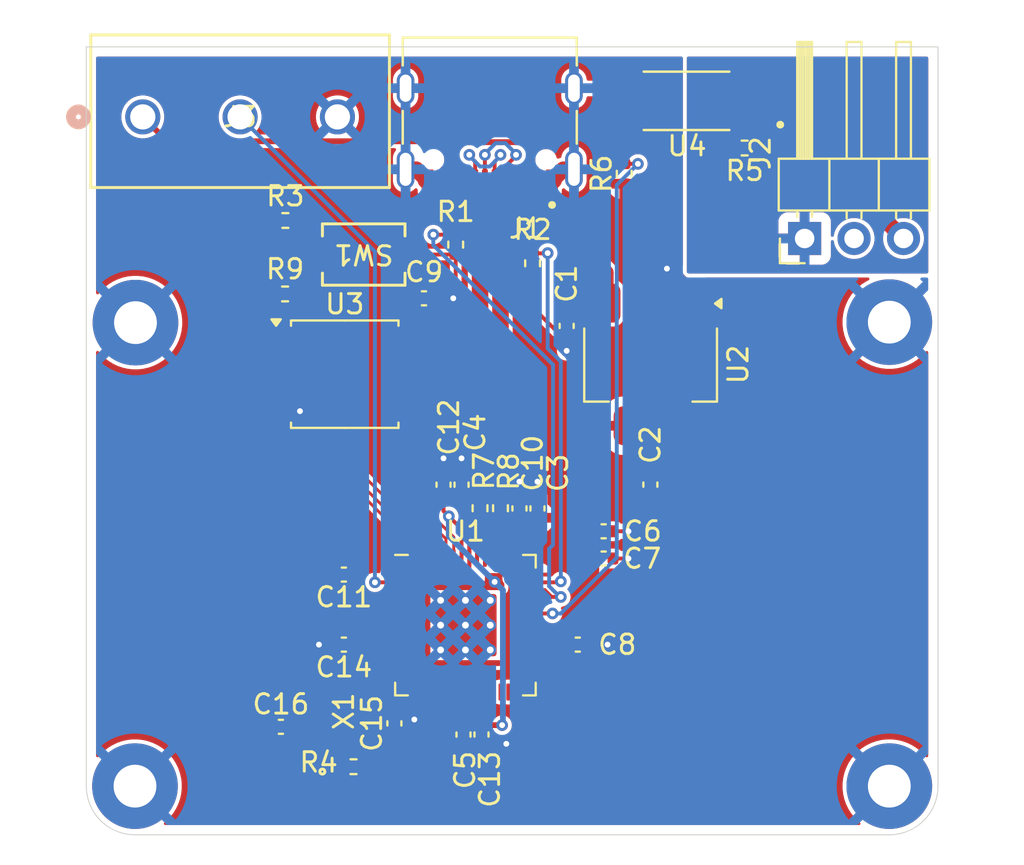
<source format=kicad_pcb>
(kicad_pcb (version 20241229) (generator "pcbnew") (generator_version "9.0")
  (layers (0 "F.Cu" signal) (2 "B.Cu" signal) (13 "F.Paste" user) (15 "B.Paste" user) (5 "F.SilkS" user "F.Silkscreen") (7 "B.SilkS" user "B.Silkscreen") (1 "F.Mask" user) (3 "B.Mask" user) (25 "Edge.Cuts" user))
  (net 0 "")
  (net 2 "+3V3")
  (net 3 "+1V1")
  (net 4 "Net-(C15-Pad2)")
  (net 5 "/RP2040 Circuitry/XIN")
  (net 6 "USB D+")
  (net 8 "USB D-")
  (net 20 "/PWM Signal")
  (net 21 "/PWM 5v")
  (net 22 "/PWM GND")
  (net 26 "Net-(R3-Pad1)")
  (net 34 "/RP2040 Circuitry/XOUT")
  (net 36 "Net-(R5-Pad2)")
  (net 37 "PWM Signal GPIO")
  (net 39 "Net-(U1-USB_DP)")
  (net 40 "Net-(U1-USB_DM)")
  (net 42 "/RP2040 Circuitry/FLASH_3")
  (net 44 "/RP2040 Circuitry/FLASH_1")
  (net 47 "/RP2040 Circuitry/FLASH_0")
  (net 48 "/RP2040 Circuitry/FLASH_2")
  (net 49 "/RP2040 Circuitry/FLASH_CLK")
  (net 50 "NeoPixel Signal")
  (net 53 "VBUS")
  (net 55 "GND")
  (net 56 "/RP2040 Circuitry/FLASH_SS")
  (net 57 "/RP2040 Circuitry/ADC3")
  (net 58 "/RP2040 Circuitry/ADC2")
  (footprint "Capacitor_SMD:C_0402_1005Metric" (layer "F.Cu") (at 90.52 105.225)
    (property "Reference" "C16" (at 0 -1.16 0) (layer "F.SilkS"))
    (property "Value" "15p")
    (pad "1" smd roundrect (at -0.48 0) (size 0.56 0.62) (layers "F.Cu" "F.Mask" "F.Paste") (net 55 "GND"))
    (pad "2" smd roundrect (at 0.48 0) (size 0.56 0.62) (layers "F.Cu" "F.Mask" "F.Paste") (net 5 "/RP2040 Circuitry/XIN"))
  )
  (footprint "Capacitor_SMD:C_0402_1005Metric" (layer "F.Cu") (at 98.875 92.78 90)
    (property "Reference" "C12" (at 2.955 0.275 90) (layer "F.SilkS"))
    (property "Value" "100n")
    (pad "1" smd roundrect (at -0.48 0 90) (size 0.56 0.62) (layers "F.Cu" "F.Mask" "F.Paste") (net 3 "+1V1"))
    (pad "2" smd roundrect (at 0.48 0 90) (size 0.56 0.62) (layers "F.Cu" "F.Mask" "F.Paste") (net 55 "GND"))
  )
  (footprint "Capacitor_SMD:C_0402_1005Metric" (layer "F.Cu") (at 93.755 97.4 180)
    (property "Reference" "C11" (at 0 -1.16 0) (layer "F.SilkS"))
    (property "Value" "100n")
    (pad "1" smd roundrect (at -0.48 0 180) (size 0.56 0.62) (layers "F.Cu" "F.Mask" "F.Paste") (net 2 "+3V3"))
    (pad "2" smd roundrect (at 0.48 0 180) (size 0.56 0.62) (layers "F.Cu" "F.Mask" "F.Paste") (net 55 "GND"))
  )
  (footprint "Package_TO_SOT_SMD:SOT-223-3_TabPin2" (layer "F.Cu") (at 109.5125 86.6 -90)
    (property "Reference" "U2" (at 0 -4.5 90) (layer "F.SilkS"))
    (property "Value" "NCP1117-3.3_SOT223")
    (pad "1" smd roundrect (at -3.15 -2.3 270) (size 2 1.5) (layers "F.Cu" "F.Mask" "F.Paste") (net 55 "GND"))
    (pad "2" smd roundrect (at -3.15 0 270) (size 2 1.5) (layers "F.Cu" "F.Mask" "F.Paste") (net 2 "+3V3"))
    (pad "2" smd roundrect (at 3.15 0 270) (size 2 3.8) (layers "F.Cu" "F.Mask" "F.Paste") (net 2 "+3V3"))
    (pad "3" smd roundrect (at -3.15 2.3 270) (size 2 1.5) (layers "F.Cu" "F.Mask" "F.Paste") (net 53 "VBUS"))
  )
  (footprint "MountingHole:MountingHole_2.2mm_M2_Pad" (layer "F.Cu") (at 83.05 84.45)
    (property "Reference" "H2" (hide yes))
    (property "Value" "MountingHole_Pad")
    (pad "1" thru_hole circle (at 0 0) (size 4.4 4.4) (drill 2.2) (layers "*.Cu" "*.Mask") (net 55 "GND"))
  )
  (footprint "Capacitor_SMD:C_0402_1005Metric" (layer "F.Cu") (at 96.35 105.05 90)
    (property "Reference" "C15" (at 0 -1.16 90) (layer "F.SilkS"))
    (property "Value" "15p")
    (pad "1" smd roundrect (at -0.48 0 90) (size 0.56 0.62) (layers "F.Cu" "F.Mask" "F.Paste") (net 55 "GND"))
    (pad "2" smd roundrect (at 0.48 0 90) (size 0.56 0.62) (layers "F.Cu" "F.Mask" "F.Paste") (net 4 "Net-(C15-Pad2)"))
  )
  (footprint "Resistor_SMD:R_0402_1005Metric" (layer "F.Cu") (at 103.45 81.4 -90)
    (property "Reference" "R2" (at -1.725 0 180) (layer "F.SilkS"))
    (property "Value" "5.1k")
    (pad "1" smd roundrect (at -0.51 0 270) (size 0.54 0.64) (layers "F.Cu" "F.Mask" "F.Paste") (net 57 "/RP2040 Circuitry/ADC3"))
    (pad "2" smd roundrect (at 0.51 0 270) (size 0.54 0.64) (layers "F.Cu" "F.Mask" "F.Paste") (net 55 "GND"))
  )
  (footprint "Capacitor_SMD:C_0402_1005Metric" (layer "F.Cu") (at 103.7 94 90)
    (property "Reference" "C3" (at 1.825 1.05 90) (layer "F.SilkS"))
    (property "Value" "1u")
    (pad "1" smd roundrect (at -0.48 0 90) (size 0.56 0.62) (layers "F.Cu" "F.Mask" "F.Paste") (net 2 "+3V3"))
    (pad "2" smd roundrect (at 0.48 0 90) (size 0.56 0.62) (layers "F.Cu" "F.Mask" "F.Paste") (net 55 "GND"))
  )
  (footprint "MountingHole:MountingHole_2.2mm_M2_Pad" (layer "F.Cu") (at 121.775 84.425)
    (property "Reference" "H1" (hide yes))
    (property "Value" "MountingHole_Pad")
    (pad "1" thru_hole circle (at 0 0) (size 4.4 4.4) (drill 2.2) (layers "*.Cu" "*.Mask") (net 55 "GND"))
  )
  (footprint "Capacitor_SMD:C_0402_1005Metric" (layer "F.Cu") (at 102.775 94 90)
    (property "Reference" "C10" (at 2.325 0.675 90) (layer "F.SilkS"))
    (property "Value" "1u")
    (pad "1" smd roundrect (at -0.48 0 90) (size 0.56 0.62) (layers "F.Cu" "F.Mask" "F.Paste") (net 3 "+1V1"))
    (pad "2" smd roundrect (at 0.48 0 90) (size 0.56 0.62) (layers "F.Cu" "F.Mask" "F.Paste") (net 55 "GND"))
  )
  (footprint "Connector_PinHeader_2.54mm:PinHeader_1x03_P2.54mm_Horizontal" (layer "F.Cu") (at 117.425 80.125 90)
    (property "Reference" "J2" (at 4.385 -2.27 90) (layer "F.SilkS"))
    (property "Value" "PWM Input")
    (pad "1" thru_hole rect (at 0 0 90) (size 1.7 1.7) (drill 1) (layers "*.Cu" "*.Mask") (net 22 "/PWM GND"))
    (pad "2" thru_hole oval (at 0 2.54 90) (size 1.7 1.7) (drill 1) (layers "*.Cu" "*.Mask") (net 21 "/PWM 5v"))
    (pad "3" thru_hole oval (at 0 5.08 90) (size 1.7 1.7) (drill 1) (layers "*.Cu" "*.Mask") (net 20 "/PWM Signal"))
  )
  (footprint "691137710003:CONN3_WR-TBL-1377_WRE" (layer "F.Cu") (at 83.425 73.875)
    (property "Reference" "J3" (at 5 0 0) (layer "F.SilkS"))
    (property "Value" "NeoPixel Connector")
    (pad "1" thru_hole circle (at 0 0) (size 1.8034 1.8034) (drill 1.2954) (layers "*.Cu" "*.Mask") (net 53 "VBUS"))
    (pad "2" thru_hole circle (at 5 0) (size 1.8034 1.8034) (drill 1.2954) (layers "*.Cu" "*.Mask") (net 50 "NeoPixel Signal"))
    (pad "3" thru_hole circle (at 10 0) (size 1.8034 1.8034) (drill 1.2954) (layers "*.Cu" "*.Mask") (net 55 "GND"))
  )
  (footprint "RP2040_minimal_r2:RP2040-QFN-56" (layer "F.Cu") (at 100 100)
    (property "Reference" "U1" (at 0 -4.82 0) (layer "F.SilkS"))
    (property "Value" "RP2040")
    (pad "1" smd roundrect (at -3.4375 -2.6) (size 0.875 0.2) (layers "F.Cu" "F.Mask" "F.Paste") (net 2 "+3V3"))
    (pad "2" smd roundrect (at -3.4375 -2.2) (size 0.875 0.2) (layers "F.Cu" "F.Mask" "F.Paste") (net 50 "NeoPixel Signal"))
    (pad "3" smd roundrect (at -3.4375 -1.8) (size 0.875 0.2) (layers "F.Cu" "F.Mask" "F.Paste"))
    (pad "4" smd roundrect (at -3.4375 -1.4) (size 0.875 0.2) (layers "F.Cu" "F.Mask" "F.Paste"))
    (pad "5" smd roundrect (at -3.4375 -1) (size 0.875 0.2) (layers "F.Cu" "F.Mask" "F.Paste"))
    (pad "6" smd roundrect (at -3.4375 -0.6) (size 0.875 0.2) (layers "F.Cu" "F.Mask" "F.Paste"))
    (pad "7" smd roundrect (at -3.4375 -0.2) (size 0.875 0.2) (layers "F.Cu" "F.Mask" "F.Paste"))
    (pad "8" smd roundrect (at -3.4375 0.2) (size 0.875 0.2) (layers "F.Cu" "F.Mask" "F.Paste"))
    (pad "9" smd roundrect (at -3.4375 0.6) (size 0.875 0.2) (layers "F.Cu" "F.Mask" "F.Paste"))
    (pad "10" smd roundrect (at -3.4375 1) (size 0.875 0.2) (layers "F.Cu" "F.Mask" "F.Paste") (net 2 "+3V3"))
    (pad "11" smd roundrect (at -3.4375 1.4) (size 0.875 0.2) (layers "F.Cu" "F.Mask" "F.Paste"))
    (pad "12" smd roundrect (at -3.4375 1.8) (size 0.875 0.2) (layers "F.Cu" "F.Mask" "F.Paste"))
    (pad "13" smd roundrect (at -3.4375 2.2) (size 0.875 0.2) (layers "F.Cu" "F.Mask" "F.Paste"))
    (pad "14" smd roundrect (at -3.4375 2.6) (size 0.875 0.2) (layers "F.Cu" "F.Mask" "F.Paste"))
    (pad "15" smd roundrect (at -2.6 3.4375) (size 0.2 0.875) (layers "F.Cu" "F.Mask" "F.Paste"))
    (pad "16" smd roundrect (at -2.2 3.4375) (size 0.2 0.875) (layers "F.Cu" "F.Mask" "F.Paste"))
    (pad "17" smd roundrect (at -1.8 3.4375) (size 0.2 0.875) (layers "F.Cu" "F.Mask" "F.Paste"))
    (pad "18" smd roundrect (at -1.4 3.4375) (size 0.2 0.875) (layers "F.Cu" "F.Mask" "F.Paste"))
    (pad "19" smd roundrect (at -1 3.4375) (size 0.2 0.875) (layers "F.Cu" "F.Mask" "F.Paste"))
    (pad "20" smd roundrect (at -0.6 3.4375) (size 0.2 0.875) (layers "F.Cu" "F.Mask" "F.Paste") (net 5 "/RP2040 Circuitry/XIN"))
    (pad "21" smd roundrect (at -0.2 3.4375) (size 0.2 0.875) (layers "F.Cu" "F.Mask" "F.Paste") (net 34 "/RP2040 Circuitry/XOUT"))
    (pad "22" smd roundrect (at 0.2 3.4375) (size 0.2 0.875) (layers "F.Cu" "F.Mask" "F.Paste") (net 2 "+3V3"))
    (pad "23" smd roundrect (at 0.6 3.4375) (size 0.2 0.875) (layers "F.Cu" "F.Mask" "F.Paste") (net 3 "+1V1"))
    (pad "24" smd roundrect (at 1 3.4375) (size 0.2 0.875) (layers "F.Cu" "F.Mask" "F.Paste"))
    (pad "25" smd roundrect (at 1.4 3.4375) (size 0.2 0.875) (layers "F.Cu" "F.Mask" "F.Paste"))
    (pad "26" smd roundrect (at 1.8 3.4375) (size 0.2 0.875) (layers "F.Cu" "F.Mask" "F.Paste"))
    (pad "27" smd roundrect (at 2.2 3.4375) (size 0.2 0.875) (layers "F.Cu" "F.Mask" "F.Paste"))
    (pad "28" smd roundrect (at 2.6 3.4375) (size 0.2 0.875) (layers "F.Cu" "F.Mask" "F.Paste"))
    (pad "29" smd roundrect (at 3.4375 2.6) (size 0.875 0.2) (layers "F.Cu" "F.Mask" "F.Paste"))
    (pad "30" smd roundrect (at 3.4375 2.2) (size 0.875 0.2) (layers "F.Cu" "F.Mask" "F.Paste"))
    (pad "31" smd roundrect (at 3.4375 1.8) (size 0.875 0.2) (layers "F.Cu" "F.Mask" "F.Paste"))
    (pad "32" smd roundrect (at 3.4375 1.4) (size 0.875 0.2) (layers "F.Cu" "F.Mask" "F.Paste"))
    (pad "33" smd roundrect (at 3.4375 1) (size 0.875 0.2) (layers "F.Cu" "F.Mask" "F.Paste") (net 2 "+3V3"))
    (pad "34" smd roundrect (at 3.4375 0.6) (size 0.875 0.2) (layers "F.Cu" "F.Mask" "F.Paste"))
    (pad "35" smd roundrect (at 3.4375 0.2) (size 0.875 0.2) (layers "F.Cu" "F.Mask" "F.Paste"))
    (pad "36" smd roundrect (at 3.4375 -0.2) (size 0.875 0.2) (layers "F.Cu" "F.Mask" "F.Paste"))
    (pad "37" smd roundrect (at 3.4375 -0.6) (size 0.875 0.2) (layers "F.Cu" "F.Mask" "F.Paste") (net 37 "PWM Signal GPIO"))
    (pad "38" smd roundrect (at 3.4375 -1) (size 0.875 0.2) (layers "F.Cu" "F.Mask" "F.Paste"))
    (pad "39" smd roundrect (at 3.4375 -1.4) (size 0.875 0.2) (layers "F.Cu" "F.Mask" "F.Paste"))
    (pad "40" smd roundrect (at 3.4375 -1.8) (size 0.875 0.2) (layers "F.Cu" "F.Mask" "F.Paste") (net 58 "/RP2040 Circuitry/ADC2"))
    (pad "41" smd roundrect (at 3.4375 -2.2) (size 0.875 0.2) (layers "F.Cu" "F.Mask" "F.Paste") (net 57 "/RP2040 Circuitry/ADC3"))
    (pad "42" smd roundrect (at 3.4375 -2.6) (size 0.875 0.2) (layers "F.Cu" "F.Mask" "F.Paste") (net 2 "+3V3"))
    (pad "43" smd roundrect (at 2.6 -3.4375) (size 0.2 0.875) (layers "F.Cu" "F.Mask" "F.Paste") (net 2 "+3V3"))
    (pad "44" smd roundrect (at 2.2 -3.4375) (size 0.2 0.875) (layers "F.Cu" "F.Mask" "F.Paste") (net 2 "+3V3"))
    (pad "45" smd roundrect (at 1.8 -3.4375) (size 0.2 0.875) (layers "F.Cu" "F.Mask" "F.Paste") (net 3 "+1V1"))
    (pad "46" smd roundrect (at 1.4 -3.4375) (size 0.2 0.875) (layers "F.Cu" "F.Mask" "F.Paste") (net 40 "Net-(U1-USB_DM)"))
    (pad "47" smd roundrect (at 1 -3.4375) (size 0.2 0.875) (layers "F.Cu" "F.Mask" "F.Paste") (net 39 "Net-(U1-USB_DP)"))
    (pad "48" smd roundrect (at 0.6 -3.4375) (size 0.2 0.875) (layers "F.Cu" "F.Mask" "F.Paste") (net 2 "+3V3"))
    (pad "49" smd roundrect (at 0.2 -3.4375) (size 0.2 0.875) (layers "F.Cu" "F.Mask" "F.Paste") (net 2 "+3V3"))
    (pad "50" smd roundrect (at -0.2 -3.4375) (size 0.2 0.875) (layers "F.Cu" "F.Mask" "F.Paste") (net 3 "+1V1"))
    (pad "51" smd roundrect (at -0.6 -3.4375) (size 0.2 0.875) (layers "F.Cu" "F.Mask" "F.Paste") (net 42 "/RP2040 Circuitry/FLASH_3"))
    (pad "52" smd roundrect (at -1 -3.4375) (size 0.2 0.875) (layers "F.Cu" "F.Mask" "F.Paste") (net 49 "/RP2040 Circuitry/FLASH_CLK"))
    (pad "53" smd roundrect (at -1.4 -3.4375) (size 0.2 0.875) (layers "F.Cu" "F.Mask" "F.Paste") (net 47 "/RP2040 Circuitry/FLASH_0"))
    (pad "54" smd roundrect (at -1.8 -3.4375) (size 0.2 0.875) (layers "F.Cu" "F.Mask" "F.Paste") (net 48 "/RP2040 Circuitry/FLASH_2"))
    (pad "55" smd roundrect (at -2.2 -3.4375) (size 0.2 0.875) (layers "F.Cu" "F.Mask" "F.Paste") (net 44 "/RP2040 Circuitry/FLASH_1"))
    (pad "56" smd roundrect (at -2.6 -3.4375) (size 0.2 0.875) (layers "F.Cu" "F.Mask" "F.Paste") (net 56 "/RP2040 Circuitry/FLASH_SS"))
    (pad "57" thru_hole circle (at -1.275 -1.275) (size 0.6 0.6) (drill 0.35) (layers "*.Cu") (net 55 "GND"))
    (pad "57" thru_hole circle (at -1.275 0) (size 0.6 0.6) (drill 0.35) (layers "*.Cu") (net 55 "GND"))
    (pad "57" thru_hole circle (at -1.275 1.275) (size 0.6 0.6) (drill 0.35) (layers "*.Cu") (net 55 "GND"))
    (pad "57" thru_hole circle (at 0 -1.275) (size 0.6 0.6) (drill 0.35) (layers "*.Cu") (net 55 "GND"))
    (pad "57" thru_hole circle (at 0 0) (size 0.6 0.6) (drill 0.35) (layers "*.Cu") (net 55 "GND"))
    (pad "57" smd roundrect (at 0 0) (size 3.2 3.2) (layers "F.Cu" "F.Mask") (roundrect_rratio 0.045) (net 55 "GND"))
    (pad "57" thru_hole circle (at 0 1.275) (size 0.6 0.6) (drill 0.35) (layers "*.Cu") (net 55 "GND"))
    (pad "57" thru_hole circle (at 1.275 -1.275) (size 0.6 0.6) (drill 0.35) (layers "*.Cu") (net 55 "GND"))
    (pad "57" thru_hole circle (at 1.275 0) (size 0.6 0.6) (drill 0.35) (layers "*.Cu") (net 55 "GND"))
    (pad "57" thru_hole circle (at 1.275 1.275) (size 0.6 0.6) (drill 0.35) (layers "*.Cu") (net 55 "GND"))
  )
  (footprint "Resistor_SMD:R_0402_1005Metric" (layer "F.Cu") (at 99.5 80.44 -90)
    (property "Reference" "R1" (at -1.69 0 180) (layer "F.SilkS"))
    (property "Value" "5.1k")
    (pad "1" smd roundrect (at -0.51 0 270) (size 0.54 0.64) (layers "F.Cu" "F.Mask" "F.Paste") (net 58 "/RP2040 Circuitry/ADC2"))
    (pad "2" smd roundrect (at 0.51 0 270) (size 0.54 0.64) (layers "F.Cu" "F.Mask" "F.Paste") (net 55 "GND"))
  )
  (footprint "LTV-217-B-G:SOIC127P700X210-4N" (layer "F.Cu") (at 111.3575 73.05 180)
    (property "Reference" "U4" (at -0.025 -2.325 0) (layer "F.SilkS"))
    (property "Value" "LTV-357T")
    (pad "1" smd roundrect (at -3.195 -0.635 180) (size 1.62 0.59) (layers "F.Cu" "F.Mask" "F.Paste") (roundrect_rratio 0.125) (net 36 "Net-(R5-Pad2)"))
    (pad "2" smd roundrect (at -3.195 0.635 180) (size 1.62 0.59) (layers "F.Cu" "F.Mask" "F.Paste") (roundrect_rratio 0.125) (net 22 "/PWM GND"))
    (pad "3" smd roundrect (at 3.195 0.635 180) (size 1.62 0.59) (layers "F.Cu" "F.Mask" "F.Paste") (roundrect_rratio 0.125) (net 55 "GND"))
    (pad "4" smd roundrect (at 3.195 -0.635 180) (size 1.62 0.59) (layers "F.Cu" "F.Mask" "F.Paste") (roundrect_rratio 0.125) (net 37 "PWM Signal GPIO"))
  )
  (footprint "Resistor_SMD:R_0402_1005Metric" (layer "F.Cu") (at 108.1575 76.8 90)
    (property "Reference" "R6" (at 0 -1.17 90) (layer "F.SilkS"))
    (property "Value" "4.7k")
    (pad "1" smd roundrect (at -0.51 0 90) (size 0.54 0.64) (layers "F.Cu" "F.Mask" "F.Paste") (net 2 "+3V3"))
    (pad "2" smd roundrect (at 0.51 0 90) (size 0.54 0.64) (layers "F.Cu" "F.Mask" "F.Paste") (net 37 "PWM Signal GPIO"))
  )
  (footprint "footprints:ABM8-272-T3_ABR" (layer "F.Cu") (at 93.75 104.425001 90)
    (property "Reference" "X1" (at 0 0 90) (layer "F.SilkS"))
    (property "Value" "ABM8-272-T3")
    (pad "1" smd rect (at -0.800001 -1.1 90) (size 1.1 1.4) (layers "F.Cu" "F.Mask" "F.Paste") (net 5 "/RP2040 Circuitry/XIN"))
    (pad "2" smd rect (at -0.800001 1.1 90) (size 1.1 1.4) (layers "F.Cu" "F.Mask" "F.Paste") (net 55 "GND"))
    (pad "3" smd rect (at 0.800001 1.1 90) (size 1.1 1.4) (layers "F.Cu" "F.Mask" "F.Paste") (net 4 "Net-(C15-Pad2)"))
    (pad "4" smd rect (at 0.800001 -1.1 90) (size 1.1 1.4) (layers "F.Cu" "F.Mask" "F.Paste") (net 55 "GND"))
  )
  (footprint "TS-1088-AR02016:SW_TS-1088_XNP-L" (layer "F.Cu") (at 94.775 80.95 180)
    (property "Reference" "SW1" (at 0 0 180) (layer "F.SilkS"))
    (property "Value" "SW_Push")
    (pad "1" smd rect (at -2.1844 0 180) (size 1.143 1.2446) (layers "F.Cu" "F.Mask" "F.Paste") (net 55 "GND"))
    (pad "2" smd rect (at 2.1844 0 180) (size 1.143 1.2446) (layers "F.Cu" "F.Mask" "F.Paste") (net 26 "Net-(R3-Pad1)"))
  )
  (footprint "Capacitor_SMD:C_0402_1005Metric" (layer "F.Cu") (at 105.77 101)
    (property "Reference" "C8" (at 2.03 0 0) (layer "F.SilkS"))
    (property "Value" "100n")
    (pad "1" smd roundrect (at -0.48 0) (size 0.56 0.62) (layers "F.Cu" "F.Mask" "F.Paste") (net 2 "+3V3"))
    (pad "2" smd roundrect (at 0.48 0) (size 0.56 0.62) (layers "F.Cu" "F.Mask" "F.Paste") (net 55 "GND"))
  )
  (footprint "Capacitor_SMD:C_0402_1005Metric" (layer "F.Cu") (at 100.825 105.62 -90)
    (property "Reference" "C13" (at 2.305 -0.425 90) (layer "F.SilkS"))
    (property "Value" "100n")
    (pad "1" smd roundrect (at -0.48 0 270) (size 0.56 0.62) (layers "F.Cu" "F.Mask" "F.Paste") (net 3 "+1V1"))
    (pad "2" smd roundrect (at 0.48 0 270) (size 0.56 0.62) (layers "F.Cu" "F.Mask" "F.Paste") (net 55 "GND"))
  )
  (footprint "Capacitor_SMD:C_0402_1005Metric" (layer "F.Cu") (at 107.1 95.175)
    (property "Reference" "C6" (at 2.005 0 0) (layer "F.SilkS"))
    (property "Value" "100n")
    (pad "1" smd roundrect (at -0.48 0) (size 0.56 0.62) (layers "F.Cu" "F.Mask" "F.Paste") (net 2 "+3V3"))
    (pad "2" smd roundrect (at 0.48 0) (size 0.56 0.62) (layers "F.Cu" "F.Mask" "F.Paste") (net 55 "GND"))
  )
  (footprint "Capacitor_SMD:C_0402_1005Metric" (layer "F.Cu") (at 93.755 101 180)
    (property "Reference" "C14" (at 0 -1.16 0) (layer "F.SilkS"))
    (property "Value" "100n")
    (pad "1" smd roundrect (at -0.48 0 180) (size 0.56 0.62) (layers "F.Cu" "F.Mask" "F.Paste") (net 2 "+3V3"))
    (pad "2" smd roundrect (at 0.48 0 180) (size 0.56 0.62) (layers "F.Cu" "F.Mask" "F.Paste") (net 55 "GND"))
  )
  (footprint "Resistor_SMD:R_0402_1005Metric" (layer "F.Cu") (at 90.735 82.975 180)
    (property "Reference" "R9" (at 0 1.275 0) (layer "F.SilkS"))
    (property "Value" "10k")
    (pad "1" smd roundrect (at -0.51 0 180) (size 0.54 0.64) (layers "F.Cu" "F.Mask" "F.Paste") (net 2 "+3V3"))
    (pad "2" smd roundrect (at 0.51 0 180) (size 0.54 0.64) (layers "F.Cu" "F.Mask" "F.Paste") (net 56 "/RP2040 Circuitry/FLASH_SS"))
  )
  (footprint "Capacitor_SMD:C_0402_1005Metric" (layer "F.Cu") (at 97.87 83.2)
    (property "Reference" "C9" (at 0.005 -1.35 0) (layer "F.SilkS"))
    (property "Value" "100n")
    (pad "1" smd roundrect (at -0.48 0) (size 0.56 0.62) (layers "F.Cu" "F.Mask" "F.Paste") (net 2 "+3V3"))
    (pad "2" smd roundrect (at 0.48 0) (size 0.56 0.62) (layers "F.Cu" "F.Mask" "F.Paste") (net 55 "GND"))
  )
  (footprint "Capacitor_SMD:C_0402_1005Metric" (layer "F.Cu") (at 109.5 92.775 -90)
    (property "Reference" "C2" (at -2.045 0 90) (layer "F.SilkS"))
    (property "Value" "10u")
    (pad "1" smd roundrect (at -0.48 0 270) (size 0.56 0.62) (layers "F.Cu" "F.Mask" "F.Paste") (net 2 "+3V3"))
    (pad "2" smd roundrect (at 0.48 0 270) (size 0.56 0.62) (layers "F.Cu" "F.Mask" "F.Paste") (net 55 "GND"))
  )
  (footprint "Package_SO:SOIC-8_5.3x5.3mm_P1.27mm" (layer "F.Cu") (at 93.8 87.1)
    (property "Reference" "U3" (at 0 -3.6 0) (layer "F.SilkS"))
    (property "Value" "W25Q128JVS")
    (pad "1" smd roundrect (at -3.5875 -1.905) (size 1.625 0.65) (layers "F.Cu" "F.Mask" "F.Paste") (net 56 "/RP2040 Circuitry/FLASH_SS"))
    (pad "2" smd roundrect (at -3.5875 -0.635) (size 1.625 0.65) (layers "F.Cu" "F.Mask" "F.Paste") (net 44 "/RP2040 Circuitry/FLASH_1"))
    (pad "3" smd roundrect (at -3.5875 0.635) (size 1.625 0.65) (layers "F.Cu" "F.Mask" "F.Paste") (net 48 "/RP2040 Circuitry/FLASH_2"))
    (pad "4" smd roundrect (at -3.5875 1.905) (size 1.625 0.65) (layers "F.Cu" "F.Mask" "F.Paste") (net 55 "GND"))
    (pad "5" smd roundrect (at 3.5875 1.905) (size 1.625 0.65) (layers "F.Cu" "F.Mask" "F.Paste") (net 47 "/RP2040 Circuitry/FLASH_0"))
    (pad "6" smd roundrect (at 3.5875 0.635) (size 1.625 0.65) (layers "F.Cu" "F.Mask" "F.Paste") (net 49 "/RP2040 Circuitry/FLASH_CLK"))
    (pad "7" smd roundrect (at 3.5875 -0.635) (size 1.625 0.65) (layers "F.Cu" "F.Mask" "F.Paste") (net 42 "/RP2040 Circuitry/FLASH_3"))
    (pad "8" smd roundrect (at 3.5875 -1.905) (size 1.625 0.65) (layers "F.Cu" "F.Mask" "F.Paste") (net 2 "+3V3"))
  )
  (footprint "Capacitor_SMD:C_0402_1005Metric" (layer "F.Cu") (at 105.2 84.62 -90)
    (property "Reference" "C1" (at -2.17 0 90) (layer "F.SilkS"))
    (property "Value" "10u")
    (pad "1" smd roundrect (at -0.48 0 270) (size 0.56 0.62) (layers "F.Cu" "F.Mask" "F.Paste") (net 53 "VBUS"))
    (pad "2" smd roundrect (at 0.48 0 270) (size 0.56 0.62) (layers "F.Cu" "F.Mask" "F.Paste") (net 55 "GND"))
  )
  (footprint "Capacitor_SMD:C_0402_1005Metric" (layer "F.Cu") (at 99.8 92.78 90)
    (property "Reference" "C4" (at 2.68 0.7 90) (layer "F.SilkS"))
    (property "Value" "100n")
    (pad "1" smd roundrect (at -0.48 0 90) (size 0.56 0.62) (layers "F.Cu" "F.Mask" "F.Paste") (net 2 "+3V3"))
    (pad "2" smd roundrect (at 0.48 0 90) (size 0.56 0.62) (layers "F.Cu" "F.Mask" "F.Paste") (net 55 "GND"))
  )
  (footprint "MountingHole:MountingHole_2.2mm_M2_Pad" (layer "F.Cu") (at 121.775 108.275)
    (property "Reference" "H4" (hide yes))
    (property "Value" "MountingHole_Pad")
    (pad "1" thru_hole circle (at 0 0) (size 4.4 4.4) (drill 2.2) (layers "*.Cu" "*.Mask") (net 55 "GND"))
  )
  (footprint "MountingHole:MountingHole_2.2mm_M2_Pad" (layer "F.Cu") (at 83.025 108.275)
    (property "Reference" "H3" (hide yes))
    (property "Value" "MountingHole_Pad")
    (pad "1" thru_hole circle (at 0 0) (size 4.4 4.4) (drill 2.2) (layers "*.Cu" "*.Mask") (net 55 "GND"))
  )
  (footprint "Resistor_SMD:R_0402_1005Metric" (layer "F.Cu") (at 114.3425 75.475 180)
    (property "Reference" "R5" (at 0 -1.17 0) (layer "F.SilkS"))
    (property "Value" "470")
    (pad "1" smd roundrect (at -0.51 0 180) (size 0.54 0.64) (layers "F.Cu" "F.Mask" "F.Paste") (net 20 "/PWM Signal"))
    (pad "2" smd roundrect (at 0.51 0 180) (size 0.54 0.64) (layers "F.Cu" "F.Mask" "F.Paste") (net 36 "Net-(R5-Pad2)"))
  )
  (footprint "usb-c:HRO_TYPE-C-31-M-12" (layer "F.Cu") (at 101.25 72.4 180)
    (property "Reference" "J1" (at -1.85 -7.205 0) (layer "F.SilkS"))
    (property "Value" "TYPE-C-31-M-12")
    (pad "" np_thru_hole circle (at -2.89 -3.68 180) (size 0.6 0.6) (drill 0.6) (layers "*.Cu" "*.Mask"))
    (pad "" np_thru_hole circle (at 2.89 -3.68 180) (size 0.6 0.6) (drill 0.6) (layers "*.Cu" "*.Mask"))
    (pad "A1_B12" smd rect (at -3.2 -4.75 180) (size 0.6 1.14) (layers "F.Cu" "F.Paste") (net 55 "GND"))
    (pad "A4_B9" smd rect (at -2.4 -4.75 180) (size 0.6 1.14) (layers "F.Cu" "F.Paste") (net 53 "VBUS"))
    (pad "A5" smd rect (at -1.25 -4.75 180) (size 0.3 1.14) (layers "F.Cu" "F.Paste") (net 57 "/RP2040 Circuitry/ADC3"))
    (pad "A6" smd rect (at -0.25 -4.75 180) (size 0.3 1.14) (layers "F.Cu" "F.Paste") (net 6 "USB D+"))
    (pad "A7" smd rect (at 0.25 -4.75 180) (size 0.3 1.14) (layers "F.Cu" "F.Paste") (net 8 "USB D-"))
    (pad "A8" smd rect (at 1.25 -4.75 180) (size 0.3 1.14) (layers "F.Cu" "F.Paste"))
    (pad "B1_A12" smd rect (at 3.2 -4.75 180) (size 0.6 1.14) (layers "F.Cu" "F.Paste") (net 55 "GND"))
    (pad "B4_A9" smd rect (at 2.4 -4.75 180) (size 0.6 1.14) (layers "F.Cu" "F.Paste") (net 53 "VBUS"))
    (pad "B5" smd rect (at 1.75 -4.75 180) (size 0.3 1.14) (layers "F.Cu" "F.Paste") (net 58 "/RP2040 Circuitry/ADC2"))
    (pad "B6" smd rect (at 0.75 -4.75 180) (size 0.3 1.14) (layers "F.Cu" "F.Paste") (net 6 "USB D+"))
    (pad "B7" smd rect (at -0.75 -4.75 180) (size 0.3 1.14) (layers "F.Cu" "F.Paste") (net 8 "USB D-"))
    (pad "B8" smd rect (at -1.75 -4.75 180) (size 0.3 1.14) (layers "F.Cu" "F.Paste"))
    (pad "S1" thru_hole oval (at -4.325 -4.17 180) (size 0.9 2) (drill oval 0.6 1.7) (layers "*.Cu" "*.Mask") (net 55 "GND"))
    (pad "S2" thru_hole oval (at 4.325 -4.17 180) (size 0.9 2) (drill oval 0.6 1.7) (layers "*.Cu" "*.Mask") (net 55 "GND"))
    (pad "S3" thru_hole oval (at -4.325 0 180) (size 0.9 1.7) (drill oval 0.6 1.4) (layers "*.Cu" "*.Mask") (net 55 "GND"))
    (pad "S4" thru_hole oval (at 4.325 0 180) (size 0.9 1.7) (drill oval 0.6 1.4) (layers "*.Cu" "*.Mask") (net 55 "GND"))
  )
  (footprint "Resistor_SMD:R_0402_1005Metric" (layer "F.Cu") (at 101.8 93.99 90)
    (property "Reference" "R8" (at 1.89 0.425 270) (layer "F.SilkS"))
    (property "Value" "27")
    (pad "1" smd roundrect (at -0.51 0 90) (size 0.54 0.64) (layers "F.Cu" "F.Mask" "F.Paste") (net 40 "Net-(U1-USB_DM)"))
    (pad "2" smd roundrect (at 0.51 0 90) (size 0.54 0.64) (layers "F.Cu" "F.Mask" "F.Paste") (net 6 "USB D+"))
  )
  (footprint "Capacitor_SMD:C_0402_1005Metric" (layer "F.Cu") (at 99.9 105.625 -90)
    (property "Reference" "C5" (at 1.825 -0.075 90) (layer "F.SilkS"))
    (property "Value" "100n")
    (pad "1" smd roundrect (at -0.48 0 270) (size 0.56 0.62) (layers "F.Cu" "F.Mask" "F.Paste") (net 2 "+3V3"))
    (pad "2" smd roundrect (at 0.48 0 270) (size 0.56 0.62) (layers "F.Cu" "F.Mask" "F.Paste") (net 55 "GND"))
  )
  (footprint "Resistor_SMD:R_0402_1005Metric" (layer "F.Cu") (at 100.75 93.99 90)
    (property "Reference" "R7" (at 1.915 0.2 90) (layer "F.SilkS"))
    (property "Value" "27")
    (pad "1" smd roundrect (at -0.51 0 90) (size 0.54 0.64) (layers "F.Cu" "F.Mask" "F.Paste") (net 39 "Net-(U1-USB_DP)"))
    (pad "2" smd roundrect (at 0.51 0 90) (size 0.54 0.64) (layers "F.Cu" "F.Mask" "F.Paste") (net 8 "USB D-"))
  )
  (footprint "Capacitor_SMD:C_0402_1005Metric" (layer "F.Cu") (at 107.1 96.575)
    (property "Reference" "C7" (at 1.98 0.005 0) (layer "F.SilkS"))
    (property "Value" "100n")
    (pad "1" smd roundrect (at -0.48 0) (size 0.56 0.62) (layers "F.Cu" "F.Mask" "F.Paste") (net 2 "+3V3"))
    (pad "2" smd roundrect (at 0.48 0) (size 0.56 0.62) (layers "F.Cu" "F.Mask" "F.Paste") (net 55 "GND"))
  )
  (footprint "Resistor_SMD:R_0402_1005Metric" (layer "F.Cu") (at 90.75 79.2 180)
    (property "Reference" "R3" (at 0 1.25 0) (layer "F.SilkS"))
    (property "Value" "1k")
    (pad "1" smd roundrect (at -0.51 0 180) (size 0.54 0.64) (layers "F.Cu" "F.Mask" "F.Paste") (net 26 "Net-(R3-Pad1)"))
    (pad "2" smd roundrect (at 0.51 0 180) (size 0.54 0.64) (layers "F.Cu" "F.Mask" "F.Paste") (net 56 "/RP2040 Circuitry/FLASH_SS"))
  )
  (footprint "Resistor_SMD:R_0402_1005Metric" (layer "F.Cu") (at 94.25 107.275)
    (property "Reference" "R4" (at -1.79 -0.225 0) (layer "F.SilkS"))
    (property "Value" "1k")
    (pad "1" smd roundrect (at -0.51 0) (size 0.54 0.64) (layers "F.Cu" "F.Mask" "F.Paste") (net 4 "Net-(C15-Pad2)"))
    (pad "2" smd roundrect (at 0.51 0) (size 0.54 0.64) (layers "F.Cu" "F.Mask" "F.Paste") (net 34 "/RP2040 Circuitry/XOUT"))
  )
  (gr_line (start 80.525 70.275) (end 80.525 108.275) (stroke (width 0.05)) (layer "Edge.Cuts"))
  (gr_line (start 124.275 108.275) (end 124.275 70.275) (stroke (width 0.05)) (layer "Edge.Cuts"))
  (gr_line (start 83.025 110.775) (end 121.775 110.775) (stroke (width 0.05)) (layer "Edge.Cuts"))
  (gr_arc (start 124.275 108.275) (mid 123.542767 110.042767) (end 121.775 110.775) (stroke (width 0.05)) (layer "Edge.Cuts"))
  (gr_arc (start 83.025 110.775) (mid 81.257233 110.042767) (end 80.525 108.275) (stroke (width 0.05)) (layer "Edge.Cuts"))
  (gr_line (start 124.275 70.275) (end 80.525 70.275) (stroke (width 0.05)) (layer "Edge.Cuts"))
  (segment (start 99.8 93.26) (end 99.8 94.49034) (width 0.2) (layer "F.Cu") (net 2))
  (segment (start 100.2 97.097774) (end 100.2 96.5625) (width 0.2) (layer "F.Cu") (net 2))
  (segment (start 97.39 85.1925) (end 97.3875 85.195) (width 0.8) (layer "F.Cu") (net 2))
  (segment (start 102.2 96.5625) (end 102.2 97.625) (width 0.2) (layer "F.Cu") (net 2))
  (segment (start 103.4375 101) (end 105.29 101) (width 0.2) (layer "F.Cu") (net 2))
  (segment (start 100.2 95.05) (end 100.2 94.89034) (width 0.2) (layer "F.Cu") (net 2))
  (segment (start 100.6 96.5625) (end 100.6 95.45) (width 0.2) (layer "F.Cu") (net 2))
  (segment (start 99.8 94.49034) (end 100.2 94.89034) (width 0.2) (layer "F.Cu") (net 2))
  (segment (start 96.5625 97.4) (end 99.897774 97.4) (width 0.2) (layer "F.Cu") (net 2))
  (segment (start 99.897774 97.4) (end 100.2 97.097774) (width 0.2) (layer "F.Cu") (net 2))
  (segment (start 100.2 104.845) (end 99.9 105.145) (width 0.2) (layer "F.Cu") (net 2))
  (segment (start 97.39 83.2) (end 97.39 85.1925) (width 0.8) (layer "F.Cu") (net 2))
  (segment (start 103.4375 97.4) (end 103.4375 96.3125) (width 0.2) (layer "F.Cu") (net 2))
  (segment (start 100.2 94.89034) (end 100.2 96.5625) (width 0.2) (layer "F.Cu") (net 2))
  (segment (start 100.6 95.45) (end 100.2 95.05) (width 0.2) (layer "F.Cu") (net 2))
  (segment (start 100.2 103.4375) (end 100.2 104.845) (width 0.2) (layer "F.Cu") (net 2))
  (segment (start 102.2 97.625) (end 102.3 97.725) (width 0.2) (layer "F.Cu") (net 2))
  (segment (start 96.5625 101) (end 94.235 101) (width 0.2) (layer "F.Cu") (net 2))
  (segment (start 99.8 95.05744) (end 99.14628 94.40372) (width 0.2) (layer "F.Cu") (net 3))
  (segment (start 101.8 95.455) (end 101.8 96.5625) (width 0.2) (layer "F.Cu") (net 3))
  (segment (start 101.8 97.475) (end 101.5 97.775) (width 0.2) (layer "F.Cu") (net 3))
  (segment (start 99.8 96.5625) (end 99.8 95.05744) (width 0.2) (layer "F.Cu") (net 3))
  (segment (start 100.6 104.915) (end 100.825 105.14) (width 0.2) (layer "F.Cu") (net 3))
  (segment (start 98.875 94.13244) (end 98.875 93.26) (width 0.2) (layer "F.Cu") (net 3))
  (segment (start 100.6 103.4375) (end 100.6 104.915) (width 0.2) (layer "F.Cu") (net 3))
  (segment (start 100.825 105.14) (end 101.885 105.14) (width 0.3) (layer "F.Cu") (net 3))
  (segment (start 99.14628 94.40372) (end 98.875 94.13244) (width 0.2) (layer "F.Cu") (net 3))
  (segment (start 101.8 96.5625) (end 101.8 97.475) (width 0.2) (layer "F.Cu") (net 3))
  (segment (start 102.775 94.48) (end 101.8 95.455) (width 0.2) (layer "F.Cu") (net 3))
  (via (at 101.885 105.14) (size 0.6) (drill 0.3) (layers "F.Cu" "B.Cu") (net 3))
  (via (at 99.14628 94.40372) (size 0.6) (drill 0.3) (layers "F.Cu" "B.Cu") (net 3))
  (via (at 101.5 97.775) (size 0.6) (drill 0.3) (layers "F.Cu" "B.Cu") (net 3))
  (segment (start 99.14628 94.40372) (end 99.14628 95.42128) (width 0.3) (layer "B.Cu") (net 3))
  (segment (start 99.14628 95.42128) (end 101.5 97.775) (width 0.3) (layer "B.Cu") (net 3))
  (segment (start 101.926 105.099) (end 101.926 98.201) (width 0.3) (layer "B.Cu") (net 3))
  (segment (start 101.885 105.14) (end 101.926 105.099) (width 0.3) (layer "B.Cu") (net 3))
  (segment (start 101.926 98.201) (end 101.5 97.775) (width 0.3) (layer "B.Cu") (net 3))
  (segment (start 96.35 104.57) (end 95.405 103.625) (width 0.4) (layer "F.Cu") (net 4))
  (segment (start 93.74 107.275) (end 91.15245 107.275) (width 0.2) (layer "F.Cu") (net 4))
  (segment (start 93.999 102.774) (end 94.85 103.625) (width 0.2) (layer "F.Cu") (net 4))
  (segment (start 89.459 104.78748) (end 91.47248 102.774) (width 0.2) (layer "F.Cu") (net 4))
  (segment (start 89.459 105.58155) (end 89.459 104.78748) (width 0.2) (layer "F.Cu") (net 4))
  (segment (start 95.405 103.625) (end 94.85 103.625) (width 0.4) (layer "F.Cu") (net 4))
  (segment (start 91.47248 102.774) (end 93.999 102.774) (width 0.2) (layer "F.Cu") (net 4))
  (segment (start 91.15245 107.275) (end 89.459 105.58155) (width 0.2) (layer "F.Cu") (net 4))
  (segment (start 93.535998 106.111) (end 97.314 106.111) (width 0.2) (layer "F.Cu") (net 5))
  (segment (start 97.314 106.111) (end 99.4 104.025) (width 0.2) (layer "F.Cu") (net 5))
  (segment (start 91 105.225) (end 92.649998 105.225) (width 0.4) (layer "F.Cu") (net 5))
  (segment (start 92.65 105.225002) (end 93.535998 106.111) (width 0.2) (layer "F.Cu") (net 5))
  (segment (start 92.649998 105.225) (end 92.65 105.225002) (width 0.4) (layer "F.Cu") (net 5))
  (segment (start 99.4 104.025) (end 99.4 103.4375) (width 0.2) (layer "F.Cu") (net 5))
  (segment (start 101.8 93.48) (end 101.8 78.728523) (width 0.85) (layer "F.Cu") (net 6))
  (segment (start 101.5 77.15) (end 101.5 76.174943) (width 0.2) (layer "F.Cu") (net 6))
  (segment (start 101.5 77.15) (end 101.5 78.428523) (width 0.3) (layer "F.Cu") (net 6))
  (segment (start 100.199997 75.87494) (end 100.199997 75.825) (width 0.2) (layer "F.Cu") (net 6))
  (segment (start 101.5 76.174943) (end 101.800003 75.87494) (width 0.2) (layer "F.Cu") (net 6))
  (segment (start 100.5 77.15) (end 100.5 76.174943) (width 0.2) (layer "F.Cu") (net 6))
  (segment (start 101.5 78.428523) (end 101.8 78.728523) (width 0.3) (layer "F.Cu") (net 6))
  (segment (start 101.800003 75.87494) (end 101.800003 75.825) (width 0.2) (layer "F.Cu") (net 6))
  (segment (start 100.5 76.174943) (end 100.199997 75.87494) (width 0.2) (layer "F.Cu") (net 6))
  (via (at 100.199997 75.825) (size 0.6) (drill 0.3) (layers "F.Cu" "B.Cu") (net 6))
  (via (at 101.800003 75.825) (size 0.6) (drill 0.3) (layers "F.Cu" "B.Cu") (net 6))
  (segment (start 101.248943 76.426) (end 100.751057 76.426) (width 0.2) (layer "B.Cu") (net 6))
  (segment (start 101.800003 75.87494) (end 101.248943 76.426) (width 0.2) (layer "B.Cu") (net 6))
  (segment (start 100.751057 76.426) (end 100.199997 75.87494) (width 0.2) (layer "B.Cu") (net 6))
  (segment (start 101.800003 75.825) (end 101.800003 75.87494) (width 0.2) (layer "B.Cu") (net 6))
  (segment (start 100.199997 75.87494) (end 100.199997 75.825) (width 0.2) (layer "B.Cu") (net 6))
  (segment (start 102 76.474946) (end 102.600006 75.87494) (width 0.2) (layer "F.Cu") (net 8))
  (segment (start 102.600006 75.87494) (end 102.600006 75.825) (width 0.2) (layer "F.Cu") (net 8))
  (segment (start 101 77.15) (end 101 78.478523) (width 0.3) (layer "F.Cu") (net 8))
  (segment (start 101 77.15) (end 101 75.825) (width 0.2) (layer "F.Cu") (net 8))
  (segment (start 101 78.478523) (end 100.75 78.728523) (width 0.3) (layer "F.Cu") (net 8))
  (segment (start 102 77.15) (end 102 76.474946) (width 0.2) (layer "F.Cu") (net 8))
  (segment (start 100.75 93.48) (end 100.75 78.728523) (width 0.85) (layer "F.Cu") (net 8))
  (via (at 102.600006 75.825) (size 0.6) (drill 0.3) (layers "F.Cu" "B.Cu") (net 8))
  (via (at 101 75.825) (size 0.6) (drill 0.3) (layers "F.Cu" "B.Cu") (net 8))
  (segment (start 102.600006 75.77506) (end 102.600006 75.825) (width 0.2) (layer "B.Cu") (net 8))
  (segment (start 101 75.825) (end 101 75.77506) (width 0.2) (layer "B.Cu") (net 8))
  (segment (start 102.048946 75.224) (end 102.600006 75.77506) (width 0.2) (layer "B.Cu") (net 8))
  (segment (start 101 75.77506) (end 101.55106 75.224) (width 0.2) (layer "B.Cu") (net 8))
  (segment (start 101.55106 75.224) (end 102.048946 75.224) (width 0.2) (layer "B.Cu") (net 8))
  (segment (start 117.855 75.475) (end 122.505 80.125) (width 0.8) (layer "F.Cu") (net 20))
  (segment (start 114.8525 75.475) (end 117.855 75.475) (width 0.8) (layer "F.Cu") (net 20))
  (segment (start 91.26 79.6194) (end 91.26 79.2) (width 0.2) (layer "F.Cu") (net 26))
  (segment (start 92.5906 80.95) (end 91.26 79.6194) (width 0.2) (layer "F.Cu") (net 26))
  (segment (start 96.7171 107.275) (end 99.8 104.1921) (width 0.2) (layer "F.Cu") (net 34))
  (segment (start 99.8 104.1921) (end 99.8 103.4375) (width 0.2) (layer "F.Cu") (net 34))
  (segment (start 94.76 107.275) (end 96.7171 107.275) (width 0.2) (layer "F.Cu") (net 34))
  (segment (start 113.8325 75.475) (end 113.8325 74.405) (width 0.8) (layer "F.Cu") (net 36))
  (segment (start 113.8325 74.405) (end 114.5525 73.685) (width 0.8) (layer "F.Cu") (net 36))
  (segment (start 108.1575 76.29) (end 108.86 76.29) (width 0.2) (layer "F.Cu") (net 37))
  (segment (start 108.1625 73.685) (end 108.1625 76.285) (width 0.2) (layer "F.Cu") (net 37))
  (segment (start 104.475 99.4) (end 103.4375 99.4) (width 0.2) (layer "F.Cu") (net 37))
  (segment (start 108.1625 76.285) (end 108.1575 76.29) (width 0.2) (layer "F.Cu") (net 37))
  (via (at 104.475 99.4) (size 0.6) (drill 0.3) (layers "F.Cu" "B.Cu") (net 37))
  (via (at 108.86 76.29) (size 0.6) (drill 0.3) (layers "F.Cu" "B.Cu") (net 37))
  (segment (start 104.899946 99.4) (end 104.475 99.4) (width 0.2) (layer "B.Cu") (net 37))
  (segment (start 107.774 77.376) (end 107.774 96.525946) (width 0.2) (layer "B.Cu") (net 37))
  (segment (start 108.86 76.29) (end 107.774 77.376) (width 0.2) (layer "B.Cu") (net 37))
  (segment (start 107.774 96.525946) (end 104.899946 99.4) (width 0.2) (layer "B.Cu") (net 37))
  (segment (start 101 96.5625) (end 101 95.275) (width 0.2) (layer "F.Cu") (net 39))
  (segment (start 101 95.275) (end 100.75 95.025) (width 0.2) (layer "F.Cu") (net 39))
  (segment (start 100.75 95.025) (end 100.75 94.5) (width 0.2) (layer "F.Cu") (net 39))
  (segment (start 101.4 94.9) (end 101.4 96.5625) (width 0.2) (layer "F.Cu") (net 40))
  (segment (start 101.8 94.5) (end 101.4 94.9) (width 0.2) (layer "F.Cu") (net 40))
  (segment (start 97.554636 86.465) (end 97.3875 86.465) (width 0.15) (layer "F.Cu") (net 42))
  (segment (start 98.827 89.499024) (end 98.827 87.737364) (width 0.15) (layer "F.Cu") (net 42))
  (segment (start 99.4 96.5625) (end 99.4 95.472028) (width 0.15) (layer "F.Cu") (net 42))
  (segment (start 99.4 95.472028) (end 98.289 94.361028) (width 0.15) (layer "F.Cu") (net 42))
  (segment (start 98.827 87.737364) (end 97.554636 86.465) (width 0.15) (layer "F.Cu") (net 42))
  (segment (start 98.289 90.037024) (end 98.827 89.499024) (width 0.15) (layer "F.Cu") (net 42))
  (segment (start 98.289 94.361028) (end 98.289 90.037024) (width 0.15) (layer "F.Cu") (net 42))
  (segment (start 89.971364 90.201) (end 89.124 89.353636) (width 0.15) (layer "F.Cu") (net 44))
  (segment (start 92.076 90.201) (end 89.971364 90.201) (width 0.15) (layer "F.Cu") (net 44))
  (segment (start 89.124 86.741001) (end 89.400001 86.465) (width 0.15) (layer "F.Cu") (net 44))
  (segment (start 89.400001 86.465) (end 90.2125 86.465) (width 0.15) (layer "F.Cu") (net 44))
  (segment (start 89.124 89.353636) (end 89.124 86.741001) (width 0.15) (layer "F.Cu") (net 44))
  (segment (start 97.8 95.925) (end 92.076 90.201) (width 0.15) (layer "F.Cu") (net 44))
  (segment (start 97.8 96.5625) (end 97.8 95.925) (width 0.15) (layer "F.Cu") (net 44))
  (segment (start 98.6 95.664804) (end 97.3875 94.452304) (width 0.15) (layer "F.Cu") (net 47))
  (segment (start 98.6 96.5625) (end 98.6 95.664804) (width 0.15) (layer "F.Cu") (net 47))
  (segment (start 97.3875 94.452304) (end 97.3875 89.005) (width 0.15) (layer "F.Cu") (net 47))
  (segment (start 92.076 89.637192) (end 92.076 88.451) (width 0.15) (layer "F.Cu") (net 48))
  (segment (start 98.2 96.5625) (end 98.2 95.761192) (width 0.15) (layer "F.Cu") (net 48))
  (segment (start 98.2 95.761192) (end 92.076 89.637192) (width 0.15) (layer "F.Cu") (net 48))
  (segment (start 92.076 88.451) (end 91.36 87.735) (width 0.15) (layer "F.Cu") (net 48))
  (segment (start 91.36 87.735) (end 90.2125 87.735) (width 0.15) (layer "F.Cu") (net 48))
  (segment (start 97.938 89.891636) (end 98.476 89.353636) (width 0.15) (layer "F.Cu") (net 49))
  (segment (start 98.199999 87.735) (end 97.3875 87.735) (width 0.15) (layer "F.Cu") (net 49))
  (segment (start 97.938 94.506416) (end 97.938 89.891636) (width 0.15) (layer "F.Cu") (net 49))
  (segment (start 99 95.568416) (end 97.938 94.506416) (width 0.15) (layer "F.Cu") (net 49))
  (segment (start 99 96.5625) (end 99 95.568416) (width 0.15) (layer "F.Cu") (net 49))
  (segment (start 98.476 88.011001) (end 98.199999 87.735) (width 0.15) (layer "F.Cu") (net 49))
  (segment (start 98.476 89.353636) (end 98.476 88.011001) (width 0.15) (layer "F.Cu") (net 49))
  (segment (start 96.5625 97.8) (end 95.35 97.8) (width 0.2) (layer "F.Cu") (net 50))
  (via (at 95.35 97.8) (size 0.6) (drill 0.3) (layers "F.Cu" "B.Cu") (net 50))
  (segment (start 95.35 80.8) (end 88.425 73.875) (width 0.2) (layer "B.Cu") (net 50))
  (segment (start 95.35 97.8) (end 95.35 80.8) (width 0.2) (layer "B.Cu") (net 50))
  (segment (start 103.439 75.74334) (end 103.439 76.370364) (width 0.3) (layer "F.Cu") (net 53))
  (segment (start 99.548997 75.555346) (end 99.930343 75.174) (width 0.3) (layer "F.Cu") (net 53))
  (segment (start 99.548997 75.882367) (end 99.548997 75.555346) (width 0.3) (layer "F.Cu") (net 53))
  (segment (start 102.86966 75.174) (end 103.439 75.74334) (width 0.3) (layer "F.Cu") (net 53))
  (segment (start 103.65 76.581364) (end 103.65 77.15) (width 0.3) (layer "F.Cu") (net 53))
  (segment (start 98.85 77.15) (end 98.85 76.581364) (width 0.3) (layer "F.Cu") (net 53))
  (segment (start 98.399064 75.1277) (end 84.6777 75.1277) (width 0.3) (layer "F.Cu") (net 53))
  (segment (start 103.65 77.15) (end 103.65 78.321) (width 0.3) (layer "F.Cu") (net 53))
  (segment (start 106.5225 84.14) (end 107.2125 83.45) (width 0.8) (layer "F.Cu") (net 53))
  (segment (start 99.930343 75.174) (end 102.86966 75.174) (width 0.3) (layer "F.Cu") (net 53))
  (segment (start 98.85 76.581364) (end 99.061 76.370364) (width 0.3) (layer "F.Cu") (net 53))
  (segment (start 99.061 76.370364) (end 99.061 75.789636) (width 0.3) (layer "F.Cu") (net 53))
  (segment (start 84.6777 75.1277) (end 83.425 73.875) (width 0.3) (layer "F.Cu") (net 53))
  (segment (start 107.2125 81.8835) (end 103.65 78.321) (width 0.8) (layer "F.Cu") (net 53))
  (segment (start 107.2125 83.45) (end 107.2125 81.8835) (width 0.8) (layer "F.Cu") (net 53))
  (segment (start 105.2 84.14) (end 106.5225 84.14) (width 0.8) (layer "F.Cu") (net 53))
  (segment (start 99.061 75.789636) (end 98.399064 75.1277) (width 0.3) (layer "F.Cu") (net 53))
  (segment (start 98.85 76.581364) (end 99.548997 75.882367) (width 0.3) (layer "F.Cu") (net 53))
  (segment (start 103.439 76.370364) (end 103.65 76.581364) (width 0.3) (layer "F.Cu") (net 53))
  (segment (start 99.5 83.075) (end 99.375 83.2) (width 0.2) (layer "F.Cu") (net 55))
  (segment (start 96.925 76.57) (end 97.47 76.57) (width 0.8) (layer "F.Cu") (net 55))
  (segment (start 91.495 89.005) (end 91.5 89) (width 0.2) (layer "F.Cu") (net 55))
  (segment (start 93.275 97.4) (end 93.275 101) (width 0.4) (layer "F.Cu") (net 55))
  (segment (start 105.59 72.415) (end 105.575 72.4) (width 0.4) (layer "F.Cu") (net 55))
  (segment (start 102.775 93.52) (end 102.775 92.625) (width 0.2) (layer "F.Cu") (net 55))
  (segment (start 105.03 76.57) (end 104.551 77.049) (width 0.8) (layer "F.Cu") (net 55))
  (segment (start 108.1625 72.415) (end 105.59 72.415) (width 0.4) (layer "F.Cu") (net 55))
  (segment (start 96.9594 80.95) (end 99.5 80.95) (width 0.2) (layer "F.Cu") (net 55))
  (segment (start 99.8 92.3) (end 99.8 91.425) (width 0.3) (layer "F.Cu") (net 55))
  (segment (start 96.35 105.53) (end 96.695 105.53) (width 0.4) (layer "F.Cu") (net 55))
  (segment (start 103.45 83.659999) (end 104.890001 85.1) (width 0.2) (layer "F.Cu") (net 55))
  (segment (start 99.5 80.95) (end 99.5 83.075) (width 0.2) (layer "F.Cu") (net 55))
  (segment (start 90.2125 89.005) (end 91.495 89.005) (width 0.2) (layer "F.Cu") (net 55))
  (segment (start 107.58 95.175) (end 108.375 95.175) (width 0.2) (layer "F.Cu") (net 55))
  (segment (start 107.58 96.575) (end 108.375 96.575) (width 0.2) (layer "F.Cu") (net 55))
  (segment (start 96.695 105.53) (end 97.375 104.85) (width 0.4) (layer "F.Cu") (net 55))
  (segment (start 104.551 77.049) (end 104.551 77.15) (width 0.8) (layer "F.Cu") (net 55))
  (segment (start 98.35 83.2) (end 99.375 83.2) (width 0.2) (layer "F.Cu") (net 55))
  (segment (start 97.949 77.049) (end 97.949 77.15) (width 0.8) (layer "F.Cu") (net 55))
  (segment (start 93.275 101) (end 92.475 101) (width 0.2) (layer "F.Cu") (net 55))
  (segment (start 92.65 103.625) (end 91.330001 103.625) (width 0.4) (layer "F.Cu") (net 55))
  (segment (start 98.875 92.3) (end 98.875 91.425) (width 0.3) (layer "F.Cu") (net 55))
  (segment (start 111.8125 83.45) (end 111.8125 83.1375) (width 0.8) (layer "F.Cu") (net 55))
  (segment (start 102.095 106.105) (end 102.1 106.1) (width 0.2) (layer "F.Cu") (net 55))
  (segment (start 94.400002 105.225002) (end 94.85 105.225002) (width 0.2) (layer "F.Cu") (net 55))
  (segment (start 103.45 81.91) (end 103.45 83.659999) (width 0.2) (layer "F.Cu") (net 55))
  (segment (start 105.2 85.1) (end 105.2 85.9) (width 0.3) (layer "F.Cu") (net 55))
  (segment (start 111.8125 83.1375) (end 110.35 81.675) (width 0.8) (layer "F.Cu") (net 55))
  (segment (start 95.154998 105.53) (end 94.85 105.225002) (width 0.2) (layer "F.Cu") (net 55))
  (segment (start 96.35 105.53) (end 95.154998 105.53) (width 0.2) (layer "F.Cu") (net 55))
  (segment (start 91.330001 103.625) (end 90.04 104.915001) (width 0.4) (layer "F.Cu") (net 55))
  (segment (start 90.04 104.915001) (end 90.04 105.225) (width 0.4) (layer "F.Cu") (net 55))
  (segment (start 109.5 93.255) (end 109.5 94.05) (width 0.3) (layer "F.Cu") (net 55))
  (segment (start 99.9 106.105) (end 102.095 106.105) (width 0.2) (layer "F.Cu") (net 55))
  (segment (start 92.65 103.625) (end 92.8 103.625) (width 0.2) (layer "F.Cu") (net 55))
  (segment (start 109.5 94.05) (end 108.375 95.175) (width 0.3) (layer "F.Cu") (net 55))
  (segment (start 97.47 76.57) (end 97.949 77.049) (width 0.8) (layer "F.Cu") (net 55))
  (segment (start 103.7 93.52) (end 103.7 92.625) (width 0.2) (layer "F.Cu") (net 55))
  (segment (start 105.575 76.57) (end 105.03 76.57) (width 0.8) (layer "F.Cu") (net 55))
  (segment (start 106.25 101) (end 107.3 101) (width 0.2) (layer "F.Cu") (net 55))
  (segment (start 104.890001 85.1) (end 105.2 85.1) (width 0.2) (layer "F.Cu") (net 55))
  (segment (start 92.8 103.625) (end 94.400002 105.225002) (width 0.2) (layer "F.Cu") (net 55))
  (via (at 105.2 85.9) (size 0.6) (drill 0.3) (layers "F.Cu" "B.Cu") (net 55))
  (via (at 98.875 91.425) (size 0.6) (drill 0.3) (layers "F.Cu" "B.Cu") (net 55))
  (via (at 110.35 81.675) (size 0.6) (drill 0.3) (layers "F.Cu" "B.Cu") (net 55))
  (via (at 103.7 92.625) (size 0.6) (drill 0.3) (layers "F.Cu" "B.Cu") (net 55))
  (via (at 92.475 101) (size 0.6) (drill 0.3) (layers "F.Cu" "B.Cu") (net 55))
  (via (at 108.375 95.175) (size 0.6) (drill 0.3) (layers "F.Cu" "B.Cu") (net 55))
  (via (at 102.775 92.625) (size 0.6) (drill 0.3) (layers "F.Cu" "B.Cu") (net 55))
  (via (at 99.8 91.425) (size 0.6) (drill 0.3) (layers "F.Cu" "B.Cu") (net 55))
  (via (at 102.1 106.1) (size 0.6) (drill 0.3) (layers "F.Cu" "B.Cu") (net 55))
  (via (at 99.375 83.2) (size 0.6) (drill 0.3) (layers "F.Cu" "B.Cu") (net 55))
  (via (at 91.5 89) (size 0.6) (drill 0.3) (layers "F.Cu" "B.Cu") (net 55))
  (via (at 97.375 104.85) (size 0.6) (drill 0.3) (layers "F.Cu" "B.Cu") (net 55))
  (via (at 108.375 96.575) (size 0.6) (drill 0.3) (layers "F.Cu" "B.Cu") (net 55))
  (via (at 107.3 101) (size 0.6) (drill 0.3) (layers "F.Cu" "B.Cu") (net 55))
  (segment (start 97.4 96.021388) (end 91.930612 90.552) (width 0.15) (layer "F.Cu") (net 56))
  (segment (start 88.773 89.499024) (end 88.773 85.822001) (width 0.15) (layer "F.Cu") (net 56))
  (segment (start 89.400001 85.195) (end 90.2125 85.195) (width 0.15) (layer "F.Cu") (net 56))
  (segment (start 89.074488 89.800513) (end 88.773 89.499024) (width 0.15) (layer "F.Cu") (net 56))
  (segment (start 90.225 82.975) (end 90.225 85.1825) (width 0.3) (layer "F.Cu") (net 56))
  (segment (start 90.225 85.1825) (end 90.2125 85.195) (width 0.3) (layer "F.Cu") (net 56))
  (segment (start 90.24 79.2) (end 90.24 82.96) (width 0.3) (layer "F.Cu") (net 56))
  (segment (start 89.825976 90.552) (end 89.074488 89.800513) (width 0.15) (layer "F.Cu") (net 56))
  (segment (start 91.930612 90.552) (end 89.825976 90.552) (width 0.15) (layer "F.Cu") (net 56))
  (segment (start 90.01001 85.195) (end 90.2125 85.195) (width 0.2) (layer "F.Cu") (net 56))
  (segment (start 90.24 82.96) (end 90.225 82.975) (width 0.3) (layer "F.Cu") (net 56))
  (segment (start 97.4 96.5625) (end 97.4 96.021388) (width 0.15) (layer "F.Cu") (net 56))
  (segment (start 88.773 85.822001) (end 89.400001 85.195) (width 0.15) (layer "F.Cu") (net 56))
  (segment (start 103.45 79.112364) (end 103.45 80.89) (width 0.2) (layer "F.Cu") (net 57))
  (segment (start 102.5 77.15) (end 102.5 78.162364) (width 0.2) (layer "F.Cu") (net 57))
  (segment (start 103.4375 97.8) (end 104.85 97.8) (width 0.2) (layer "F.Cu") (net 57))
  (segment (start 102.5 78.162364) (end 103.45 79.112364) (width 0.2) (layer "F.Cu") (net 57))
  (segment (start 103.45 80.89) (end 104.21 80.89) (width 0.2) (layer "F.Cu") (net 57))
  (segment (start 104.85 97.8) (end 104.9 97.75) (width 0.2) (layer "F.Cu") (net 57))
  (segment (start 104.21 80.89) (end 104.225 80.875) (width 0.2) (layer "F.Cu") (net 57))
  (via (at 104.225 80.875) (size 0.6) (drill 0.3) (layers "F.Cu" "B.Cu") (net 57))
  (via (at 104.9 97.75) (size 0.6) (drill 0.3) (layers "F.Cu" "B.Cu") (net 57))
  (segment (start 104.225 85.774943) (end 104.9 86.449943) (width 0.2) (layer "B.Cu") (net 57))
  (segment (start 104.225 80.875) (end 104.225 85.774943) (width 0.2) (layer "B.Cu") (net 57))
  (segment (start 104.9 86.449943) (end 104.9 97.75) (width 0.2) (layer "B.Cu") (net 57))
  (segment (start 99.5 77.15) (end 99.5 79.93) (width 0.2) (layer "F.Cu") (net 58))
  (segment (start 99.5 79.93) (end 98.355 79.93) (width 0.2) (layer "F.Cu") (net 58))
  (segment (start 98.355 79.93) (end 98.35 79.925) (width 0.2) (layer "F.Cu") (net 58))
  (segment (start 103.4375 98.2) (end 104.075 98.2) (width 0.2) (layer "F.Cu") (net 58))
  (segment (start 104.425003 98.550003) (end 104.9 98.550003) (width 0.2) (layer "F.Cu") (net 58))
  (segment (start 104.075 98.2) (end 104.425003 98.550003) (width 0.2) (layer "F.Cu") (net 58))
  (via (at 98.35 79.925) (size 0.6) (drill 0.3) (layers "F.Cu" "B.Cu") (net 58))
  (via (at 104.9 98.550003) (size 0.6) (drill 0.3) (layers "F.Cu" "B.Cu") (net 58))
  (segment (start 104.499 95.875) (end 104.299 96.075) (width 0.2) (layer "B.Cu") (net 58))
  (segment (start 98.35 80.467043) (end 104.499 86.616043) (width 0.2) (layer "B.Cu") (net 58))
  (segment (start 98.35 79.925) (end 98.35 80.467043) (width 0.2) (layer "B.Cu") (net 58))
  (segment (start 104.85006 98.550003) (end 104.9 98.550003) (width 0.2) (layer "B.Cu") (net 58))
  (segment (start 104.299 96.075) (end 104.299 97.998943) (width 0.2) (layer "B.Cu") (net 58))
  (segment (start 104.299 97.998943) (end 104.85006 98.550003) (width 0.2) (layer "B.Cu") (net 58))
  (segment (start 104.499 86.616043) (end 104.499 95.875) (width 0.2) (layer "B.Cu") (net 58))
  (zone (net 2) (net_name "+3V3") (layer "F.Cu") (priority 1) (connect_pads (clearance 0.15)) (min_thickness 0.15) (fill yes (thermal_gap 0.5) (thermal_bridge_width 0.5))
    (polygon (pts (xy 101.6 101.925) (xy 101.7875 102.3) (xy 97.775 102.3) (xy 97.775 97.8) (xy 102.575 97.8) (xy 102.575 70.275) (xy 80.525 70.275) (xy 80.525 110.775) (xy 124.275 110.775) (xy 124.275 81.925) (xy 111.375 81.925) (xy 111.375 70.275) (xy 102 70.275) (xy 102.05 92.975) (xy 101.6 96.775)))
  )
  (zone (net 3) (net_name "+1V1") (layer "F.Cu") (priority 2) (connect_pads (clearance 0.15)) (min_thickness 0.15) (fill yes (thermal_gap 0.5) (thermal_bridge_width 0.5))
    (polygon (pts (xy 101 97.325) (xy 102 97.325) (xy 102 98.2) (xy 98.2 98.2) (xy 98.2 101.8) (xy 101.8 101.8) (xy 101.8 102.1) (xy 97.775 102.1) (xy 97.775 97.725) (xy 101 97.725)))
  )
  (zone (net 22) (net_name "/PWM GND") (layers "F.Cu" "B.Cu") (priority 3) (connect_pads (clearance 0.15)) (min_thickness 0.15) (fill yes (thermal_gap 0.5) (thermal_bridge_width 0.5))
    (polygon (pts (xy 124.275 70.275) (xy 124.275 81.925) (xy 115.625 81.925) (xy 111.375 81.925) (xy 111.375 70.275)))
  )
  (zone (net 55) (net_name "GND") (layer "B.Cu") (connect_pads (clearance 0.15)) (min_thickness 0.15) (fill yes (thermal_gap 0.5) (thermal_bridge_width 0.5))
    (polygon (pts (xy 111.375 70.275) (xy 111.375 81.925) (xy 124.275 81.925) (xy 124.275 110.775) (xy 80.525 110.775) (xy 80.525 70.275)))
  )
)
</source>
